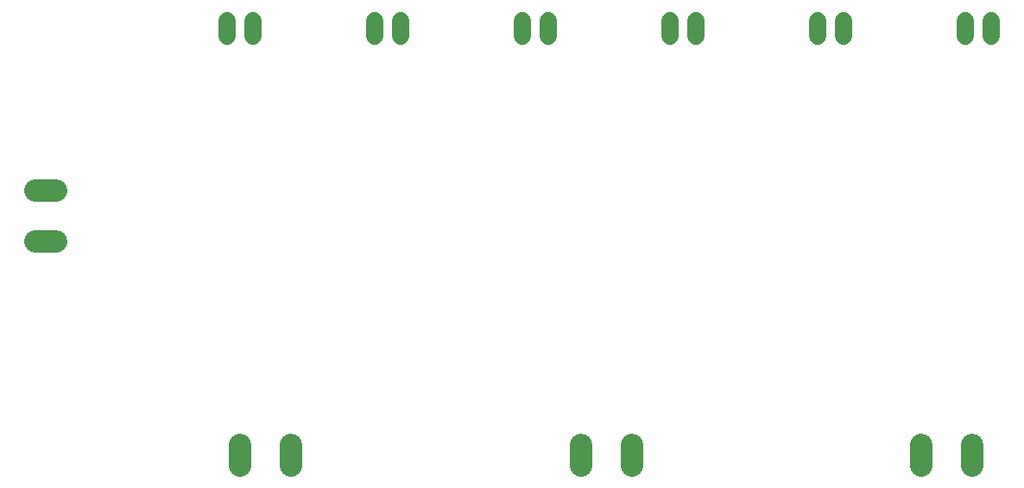
<source format=gbr>
G04 EAGLE Gerber RS-274X export*
G75*
%MOMM*%
%FSLAX34Y34*%
%LPD*%
%INSoldermask Top*%
%IPPOS*%
%AMOC8*
5,1,8,0,0,1.08239X$1,22.5*%
G01*
%ADD10C,2.184400*%
%ADD11C,1.727200*%


D10*
X367030Y261874D02*
X367030Y281686D01*
X417068Y281686D02*
X417068Y261874D01*
X701040Y261874D02*
X701040Y281686D01*
X751078Y281686D02*
X751078Y261874D01*
X1035050Y261874D02*
X1035050Y281686D01*
X1085088Y281686D02*
X1085088Y261874D01*
X186182Y531876D02*
X166370Y531876D01*
X166370Y481838D02*
X186182Y481838D01*
D11*
X354076Y683260D02*
X354076Y698500D01*
X379476Y698500D02*
X379476Y683260D01*
X498856Y683260D02*
X498856Y698500D01*
X524256Y698500D02*
X524256Y683260D01*
X643636Y683260D02*
X643636Y698500D01*
X669036Y698500D02*
X669036Y683260D01*
X788416Y683260D02*
X788416Y698500D01*
X813816Y698500D02*
X813816Y683260D01*
X933196Y683260D02*
X933196Y698500D01*
X958596Y698500D02*
X958596Y683260D01*
X1077976Y683260D02*
X1077976Y698500D01*
X1103376Y698500D02*
X1103376Y683260D01*
M02*

</source>
